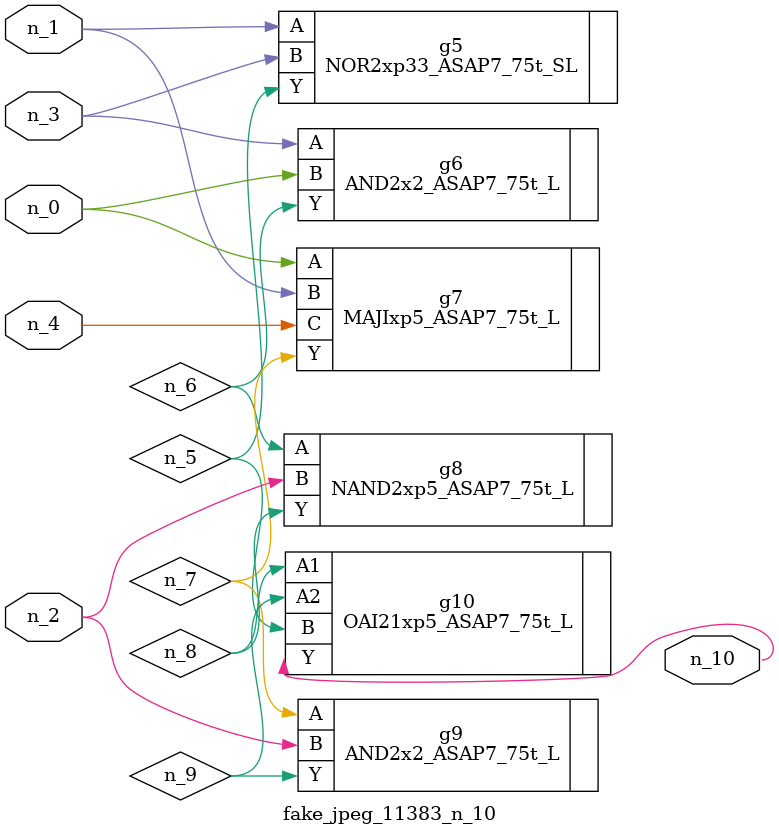
<source format=v>
module fake_jpeg_11383_n_10 (n_3, n_2, n_1, n_0, n_4, n_10);

input n_3;
input n_2;
input n_1;
input n_0;
input n_4;

output n_10;

wire n_8;
wire n_9;
wire n_6;
wire n_5;
wire n_7;

NOR2xp33_ASAP7_75t_SL g5 ( 
.A(n_1),
.B(n_3),
.Y(n_5)
);

AND2x2_ASAP7_75t_L g6 ( 
.A(n_3),
.B(n_0),
.Y(n_6)
);

MAJIxp5_ASAP7_75t_L g7 ( 
.A(n_0),
.B(n_1),
.C(n_4),
.Y(n_7)
);

NAND2xp5_ASAP7_75t_L g8 ( 
.A(n_6),
.B(n_2),
.Y(n_8)
);

OAI21xp5_ASAP7_75t_L g10 ( 
.A1(n_8),
.A2(n_9),
.B(n_5),
.Y(n_10)
);

AND2x2_ASAP7_75t_L g9 ( 
.A(n_7),
.B(n_2),
.Y(n_9)
);


endmodule
</source>
